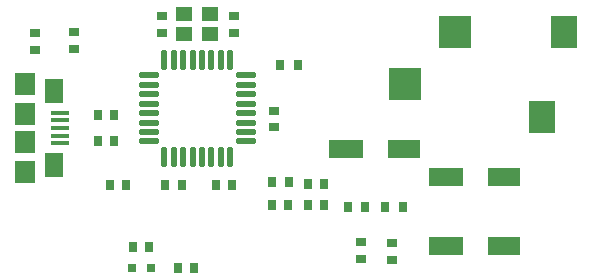
<source format=gtp>
%FSDAX24Y24*%
%MOIN*%
%SFA1B1*%

%IPPOS*%
%AMD19*
4,1,8,-0.005400,-0.034400,0.005400,-0.034400,0.010800,-0.029000,0.010800,0.029000,0.005400,0.034400,-0.005400,0.034400,-0.010800,0.029000,-0.010800,-0.029000,-0.005400,-0.034400,0.0*
1,1,0.010800,-0.005400,-0.029000*
1,1,0.010800,0.005400,-0.029000*
1,1,0.010800,0.005400,0.029000*
1,1,0.010800,-0.005400,0.029000*
%
%AMD20*
4,1,8,0.034400,-0.005400,0.034400,0.005400,0.029000,0.010800,-0.029000,0.010800,-0.034400,0.005400,-0.034400,-0.005400,-0.029000,-0.010800,0.029000,-0.010800,0.034400,-0.005400,0.0*
1,1,0.010800,0.029000,-0.005400*
1,1,0.010800,0.029000,0.005400*
1,1,0.010800,-0.029000,0.005400*
1,1,0.010800,-0.029000,-0.005400*
%
%ADD10R,0.035400X0.031500*%
%ADD11R,0.063900X0.082800*%
%ADD12R,0.063200X0.015700*%
%ADD13R,0.070900X0.074800*%
%ADD14R,0.110000X0.110000*%
%ADD15R,0.087000X0.110000*%
%ADD16R,0.118100X0.063000*%
%ADD17R,0.110200X0.063000*%
%ADD18R,0.031500X0.035400*%
G04~CAMADD=19~8~0.0~0.0~217.0~689.0~54.0~0.0~15~0.0~0.0~0.0~0.0~0~0.0~0.0~0.0~0.0~0~0.0~0.0~0.0~180.0~216.0~688.0*
%ADD19D19*%
G04~CAMADD=20~8~0.0~0.0~217.0~689.0~54.0~0.0~15~0.0~0.0~0.0~0.0~0~0.0~0.0~0.0~0.0~0~0.0~0.0~0.0~270.0~688.0~216.0*
%ADD20D20*%
%ADD21R,0.055100X0.047200*%
%ADD22R,0.027600X0.035400*%
%ADD23R,0.031500X0.031500*%
%LNuda-1*%
%LPD*%
G54D10*
X008920Y005896D03*
Y005344D03*
X011840Y000964D03*
Y001516D03*
X012850Y001486D03*
Y000934D03*
X000950Y007934D03*
Y008486D03*
X005190Y009046D03*
Y008494D03*
X007590D03*
Y009046D03*
X002250Y007954D03*
Y008506D03*
G54D11*
X001600Y004100D03*
Y006540D03*
G54D12*
X001800Y004808D03*
Y005064D03*
Y005320D03*
Y005576D03*
Y005832D03*
G54D13*
X000618Y003845D03*
Y006795D03*
Y005773D03*
Y004867D03*
G54D14*
X014950Y008530D03*
X013280Y006800D03*
G54D15*
X018610Y008530D03*
X017870Y005690D03*
G54D16*
X014670Y001370D03*
Y003690D03*
X011330Y004630D03*
G54D17*
X016599Y001370D03*
Y003690D03*
X013259Y004630D03*
G54D18*
X009396Y002740D03*
X008844D03*
X010596D03*
X010044D03*
X009416Y003530D03*
X008864D03*
X010596Y003440D03*
X010044D03*
X005294Y003420D03*
X005846D03*
X011394Y002690D03*
X011946D03*
X006984Y003410D03*
X007536D03*
X004776Y001350D03*
X004224D03*
X003606Y005750D03*
X003054D03*
X003606Y004880D03*
X003054D03*
X003454Y003430D03*
X004006D03*
X005724Y000650D03*
X006276D03*
G54D19*
X007472Y004346D03*
X007157D03*
X006842D03*
X006527D03*
X006213D03*
X005898D03*
X005583D03*
X005268D03*
Y007594D03*
X005583D03*
X005898D03*
X006213D03*
X006527D03*
X006842D03*
X007157D03*
X007472D03*
G54D20*
X004746Y004868D03*
Y005183D03*
Y005498D03*
Y005813D03*
Y006127D03*
Y006442D03*
Y006757D03*
Y007072D03*
X007994D03*
Y006757D03*
Y006442D03*
Y006127D03*
Y005813D03*
Y005498D03*
Y005183D03*
Y004868D03*
G54D21*
X005924Y008451D03*
X006790D03*
X005924Y009120D03*
X006790D03*
G54D22*
X009715Y007410D03*
X009125D03*
X012635Y002690D03*
X013225D03*
G54D23*
X004840Y000660D03*
X004190D03*
M02*
</source>
